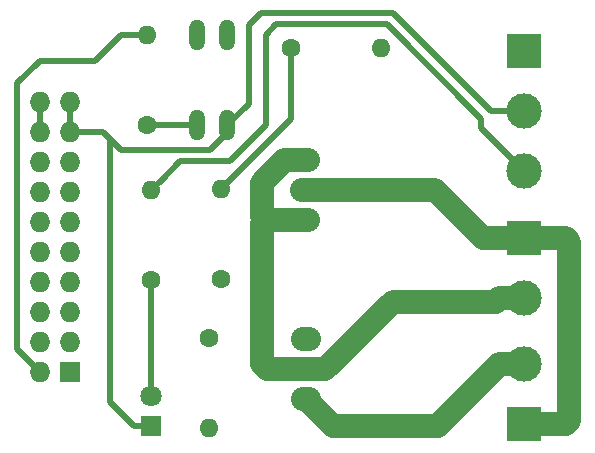
<source format=gbr>
G04 #@! TF.GenerationSoftware,KiCad,Pcbnew,(2017-11-24 revision a01d81e4b)-makepkg*
G04 #@! TF.CreationDate,2018-01-06T21:54:51+07:00*
G04 #@! TF.ProjectId,Motor DC power,4D6F746F7220444320706F7765722E6B,rev?*
G04 #@! TF.SameCoordinates,Original*
G04 #@! TF.FileFunction,Copper,L2,Bot,Signal*
G04 #@! TF.FilePolarity,Positive*
%FSLAX46Y46*%
G04 Gerber Fmt 4.6, Leading zero omitted, Abs format (unit mm)*
G04 Created by KiCad (PCBNEW (2017-11-24 revision a01d81e4b)-makepkg) date 01/06/18 21:54:51*
%MOMM*%
%LPD*%
G01*
G04 APERTURE LIST*
%ADD10R,1.727200X1.727200*%
%ADD11O,1.727200X1.727200*%
%ADD12R,1.800000X1.800000*%
%ADD13C,1.800000*%
%ADD14C,1.600000*%
%ADD15O,1.600000X1.600000*%
%ADD16O,2.540000X2.032000*%
%ADD17R,3.000000X3.000000*%
%ADD18C,3.000000*%
%ADD19O,1.320800X2.641600*%
%ADD20C,0.500000*%
%ADD21C,2.000000*%
G04 APERTURE END LIST*
D10*
X105265000Y-117325000D03*
D11*
X102725000Y-117325000D03*
X105265000Y-114785000D03*
X102725000Y-114785000D03*
X105265000Y-112245000D03*
X102725000Y-112245000D03*
X105265000Y-109705000D03*
X102725000Y-109705000D03*
X105265000Y-107165000D03*
X102725000Y-107165000D03*
X105265000Y-104625000D03*
X102725000Y-104625000D03*
X105265000Y-102085000D03*
X102725000Y-102085000D03*
X105265000Y-99545000D03*
X102725000Y-99545000D03*
X105265000Y-97005000D03*
X102725000Y-97005000D03*
X105265000Y-94465000D03*
X102725000Y-94465000D03*
D12*
X112050000Y-121925000D03*
D13*
X112050000Y-119385000D03*
D14*
X117000000Y-114500000D03*
D15*
X117000000Y-122120000D03*
D16*
X125100000Y-101960000D03*
X125100000Y-104500000D03*
X125100000Y-99420000D03*
D17*
X143700000Y-90190000D03*
D18*
X143700000Y-95270000D03*
X143700000Y-100350000D03*
D17*
X143700000Y-106020000D03*
D18*
X143700000Y-111100000D03*
D17*
X143700000Y-121780000D03*
D18*
X143700000Y-116700000D03*
D16*
X125200000Y-117100000D03*
X125200000Y-119640000D03*
X125200000Y-114560000D03*
D14*
X111750000Y-96450000D03*
D15*
X111750000Y-88830000D03*
D14*
X123900000Y-89875000D03*
D15*
X131520000Y-89875000D03*
D14*
X112100000Y-109570000D03*
D15*
X112100000Y-101950000D03*
D14*
X118025000Y-109425000D03*
D15*
X118025000Y-101805000D03*
D19*
X116005000Y-96460000D03*
X118545000Y-96460000D03*
X118545000Y-88840000D03*
X116005000Y-88840000D03*
D20*
X108625000Y-97600000D02*
X108030000Y-97005000D01*
X109575000Y-98550000D02*
X108625000Y-97600000D01*
X112050000Y-121925000D02*
X110650000Y-121925000D01*
X110650000Y-121925000D02*
X108625000Y-119900000D01*
X108625000Y-119900000D02*
X108625000Y-97600000D01*
X105265000Y-97005000D02*
X105265000Y-94465000D01*
X108030000Y-97005000D02*
X105265000Y-97005000D01*
X117115400Y-98550000D02*
X109575000Y-98550000D01*
X118545000Y-96460000D02*
X118545000Y-97120400D01*
X118545000Y-97120400D02*
X117115400Y-98550000D01*
X143700000Y-95270000D02*
X140909485Y-95270000D01*
X140909485Y-95270000D02*
X132593588Y-86954103D01*
X132593588Y-86954103D02*
X121369587Y-86954103D01*
X121369587Y-86954103D02*
X120396907Y-87926783D01*
X120396907Y-87926783D02*
X120396907Y-94608093D01*
X120396907Y-94608093D02*
X118545000Y-96460000D01*
X112100000Y-109570000D02*
X112100000Y-119335000D01*
X112100000Y-119335000D02*
X112050000Y-119385000D01*
D21*
X143700000Y-116700000D02*
X141578680Y-116700000D01*
X141578680Y-116700000D02*
X136378680Y-121900000D01*
X136378680Y-121900000D02*
X127460000Y-121900000D01*
X127460000Y-121900000D02*
X125200000Y-119640000D01*
X147500000Y-121480000D02*
X147500000Y-106320000D01*
X147500000Y-106320000D02*
X147200000Y-106020000D01*
X147200000Y-106020000D02*
X143700000Y-106020000D01*
X143700000Y-121780000D02*
X147200000Y-121780000D01*
X147200000Y-121780000D02*
X147500000Y-121480000D01*
X143700000Y-106020000D02*
X140200000Y-106020000D01*
X140200000Y-106020000D02*
X136140000Y-101960000D01*
X136140000Y-101960000D02*
X128370000Y-101960000D01*
X128370000Y-101960000D02*
X125100000Y-101960000D01*
X143700000Y-111100000D02*
X141578680Y-111100000D01*
X141578680Y-111100000D02*
X141287070Y-111391610D01*
X141287070Y-111391610D02*
X132537139Y-111391610D01*
X132537139Y-111391610D02*
X126828749Y-117100000D01*
X126828749Y-117100000D02*
X125200000Y-117100000D01*
X121830000Y-104500000D02*
X121500000Y-104830000D01*
X121500000Y-104830000D02*
X121500000Y-116670000D01*
X121500000Y-116670000D02*
X121930000Y-117100000D01*
X121930000Y-117100000D02*
X125200000Y-117100000D01*
X125100000Y-104500000D02*
X121830000Y-104500000D01*
X121830000Y-104500000D02*
X121500000Y-104170000D01*
X121500000Y-101300000D02*
X121500000Y-104170000D01*
X123380000Y-99420000D02*
X121500000Y-101300000D01*
X125100000Y-99420000D02*
X123380000Y-99420000D01*
D20*
X109520000Y-88830000D02*
X107350000Y-91000000D01*
X111750000Y-88830000D02*
X109520000Y-88830000D01*
X107350000Y-91000000D02*
X102650000Y-91000000D01*
X102650000Y-91000000D02*
X100750000Y-92900000D01*
X100750000Y-92900000D02*
X100750000Y-115350000D01*
X100750000Y-115350000D02*
X102725000Y-117325000D01*
X102725000Y-94465000D02*
X102725000Y-97005000D01*
X143700000Y-100350000D02*
X140000000Y-96650000D01*
X118750000Y-99500000D02*
X114550000Y-99500000D01*
X140000000Y-96650000D02*
X140000000Y-95881864D01*
X112899999Y-101150001D02*
X112100000Y-101950000D01*
X140000000Y-95881864D02*
X132028738Y-87910602D01*
X132028738Y-87910602D02*
X122670116Y-87910602D01*
X122670116Y-87910602D02*
X121789694Y-88791024D01*
X121789694Y-88791024D02*
X121789694Y-96460306D01*
X121789694Y-96460306D02*
X118750000Y-99500000D01*
X114550000Y-99500000D02*
X112899999Y-101150001D01*
X111750000Y-96450000D02*
X115995000Y-96450000D01*
X115995000Y-96450000D02*
X116005000Y-96460000D01*
X118025000Y-101805000D02*
X123900000Y-95930000D01*
X123900000Y-95930000D02*
X123900000Y-89875000D01*
M02*

</source>
